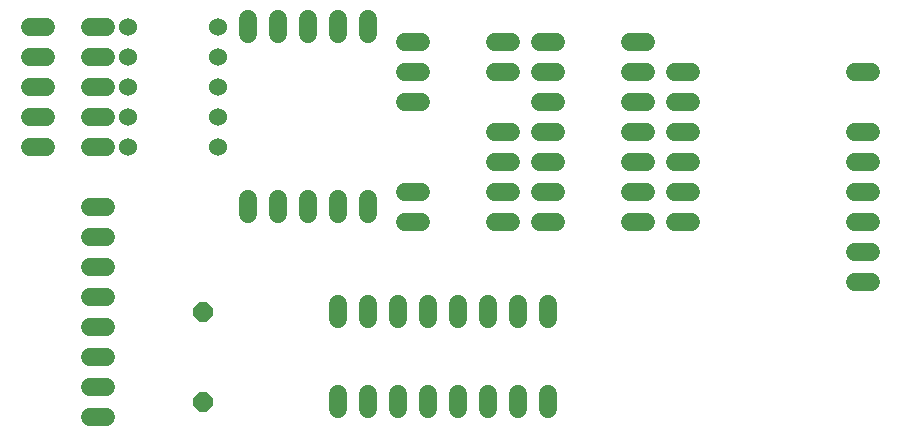
<source format=gbr>
G04 EAGLE Gerber X2 export*
G04 #@! %TF.Part,Single*
G04 #@! %TF.FileFunction,Soldermask,Top,1*
G04 #@! %TF.FilePolarity,Negative*
G04 #@! %TF.GenerationSoftware,Autodesk,EAGLE,9.0.0*
G04 #@! %TF.CreationDate,2019-08-08T19:18:53Z*
G75*
%MOMM*%
%FSLAX34Y34*%
%LPD*%
%AMOC8*
5,1,8,0,0,1.08239X$1,22.5*%
G01*
%ADD10P,1.759533X8X292.500000*%
%ADD11C,1.524000*%
%ADD12C,1.524000*%


D10*
X177800Y114300D03*
X177800Y38100D03*
D11*
X95504Y203200D02*
X82296Y203200D01*
X82296Y177800D02*
X95504Y177800D01*
X95504Y152400D02*
X82296Y152400D01*
X82296Y127000D02*
X95504Y127000D01*
X95504Y101600D02*
X82296Y101600D01*
X82296Y76200D02*
X95504Y76200D01*
X95504Y50800D02*
X82296Y50800D01*
X82296Y25400D02*
X95504Y25400D01*
X292100Y31496D02*
X292100Y44704D01*
X317500Y44704D02*
X317500Y31496D01*
X444500Y31496D02*
X444500Y44704D01*
X469900Y44704D02*
X469900Y31496D01*
X342900Y31496D02*
X342900Y44704D01*
X368300Y44704D02*
X368300Y31496D01*
X419100Y31496D02*
X419100Y44704D01*
X393700Y44704D02*
X393700Y31496D01*
X469900Y107696D02*
X469900Y120904D01*
X444500Y120904D02*
X444500Y107696D01*
X419100Y107696D02*
X419100Y120904D01*
X393700Y120904D02*
X393700Y107696D01*
X368300Y107696D02*
X368300Y120904D01*
X342900Y120904D02*
X342900Y107696D01*
X317500Y107696D02*
X317500Y120904D01*
X292100Y120904D02*
X292100Y107696D01*
X44704Y355600D02*
X31496Y355600D01*
X31496Y330200D02*
X44704Y330200D01*
X44704Y304800D02*
X31496Y304800D01*
X31496Y279400D02*
X44704Y279400D01*
X44704Y254000D02*
X31496Y254000D01*
X82296Y254000D02*
X95504Y254000D01*
X95504Y279400D02*
X82296Y279400D01*
X82296Y304800D02*
X95504Y304800D01*
X95504Y330200D02*
X82296Y330200D01*
X82296Y355600D02*
X95504Y355600D01*
X348996Y342900D02*
X362204Y342900D01*
X362204Y317500D02*
X348996Y317500D01*
X348996Y292100D02*
X362204Y292100D01*
X362204Y215900D02*
X348996Y215900D01*
X348996Y190500D02*
X362204Y190500D01*
X425196Y190500D02*
X438404Y190500D01*
X438404Y215900D02*
X425196Y215900D01*
X425196Y241300D02*
X438404Y241300D01*
X438404Y266700D02*
X425196Y266700D01*
X425196Y317500D02*
X438404Y317500D01*
X438404Y342900D02*
X425196Y342900D01*
D12*
X114300Y355600D03*
X114300Y330200D03*
X114300Y304800D03*
X114300Y279400D03*
X114300Y254000D03*
X190500Y254000D03*
X190500Y279400D03*
X190500Y304800D03*
X190500Y330200D03*
X190500Y355600D03*
D11*
X215900Y209804D02*
X215900Y196596D01*
X241300Y196596D02*
X241300Y209804D01*
X266700Y209804D02*
X266700Y196596D01*
X292100Y196596D02*
X292100Y209804D01*
X317500Y209804D02*
X317500Y196596D01*
X317500Y348996D02*
X317500Y362204D01*
X292100Y362204D02*
X292100Y348996D01*
X266700Y348996D02*
X266700Y362204D01*
X241300Y362204D02*
X241300Y348996D01*
X215900Y348996D02*
X215900Y362204D01*
X577596Y317500D02*
X590804Y317500D01*
X590804Y292100D02*
X577596Y292100D01*
X577596Y266700D02*
X590804Y266700D01*
X590804Y241300D02*
X577596Y241300D01*
X577596Y215900D02*
X590804Y215900D01*
X590804Y190500D02*
X577596Y190500D01*
X729996Y215900D02*
X743204Y215900D01*
X743204Y190500D02*
X729996Y190500D01*
X729996Y139700D02*
X743204Y139700D01*
X743204Y165100D02*
X729996Y165100D01*
X729996Y241300D02*
X743204Y241300D01*
X743204Y266700D02*
X729996Y266700D01*
X729996Y317500D02*
X743204Y317500D01*
X476504Y342900D02*
X463296Y342900D01*
X463296Y317500D02*
X476504Y317500D01*
X476504Y292100D02*
X463296Y292100D01*
X463296Y215900D02*
X476504Y215900D01*
X476504Y190500D02*
X463296Y190500D01*
X539496Y190500D02*
X552704Y190500D01*
X552704Y215900D02*
X539496Y215900D01*
X539496Y241300D02*
X552704Y241300D01*
X552704Y266700D02*
X539496Y266700D01*
X539496Y317500D02*
X552704Y317500D01*
X552704Y342900D02*
X539496Y342900D01*
X476504Y266700D02*
X463296Y266700D01*
X463296Y241300D02*
X476504Y241300D01*
X539496Y292100D02*
X552704Y292100D01*
M02*

</source>
